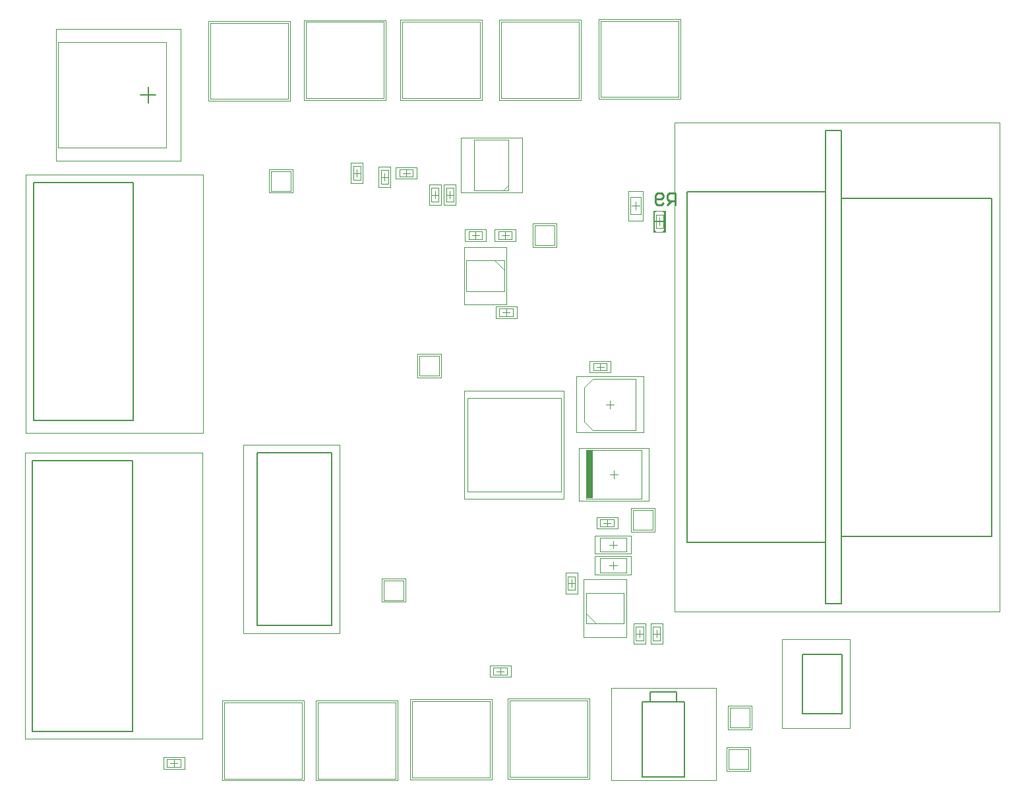
<source format=gbo>
G04*
G04 #@! TF.GenerationSoftware,Altium Limited,Altium Designer,21.0.9 (235)*
G04*
G04 Layer_Color=32896*
%FSLAX25Y25*%
%MOIN*%
G70*
G04*
G04 #@! TF.SameCoordinates,FB9C7817-38CD-48DC-A3D4-53DF82CEFDAB*
G04*
G04*
G04 #@! TF.FilePolarity,Positive*
G04*
G01*
G75*
%ADD10C,0.00787*%
%ADD11C,0.00394*%
%ADD12C,0.00591*%
%ADD13C,0.01000*%
%ADD14R,0.03765X0.24488*%
%ADD15C,0.00197*%
D10*
X294807Y45937D02*
Y50937D01*
X308193D01*
Y45937D02*
Y50937D01*
X294807Y45937D02*
X308193D01*
X290870Y8142D02*
Y45937D01*
Y8142D02*
X312130D01*
Y45937D01*
X290870D02*
X312130D01*
X371826Y40115D02*
Y70036D01*
X391708D01*
Y40115D02*
Y70036D01*
X371826Y40115D02*
X391708D01*
X33516Y188193D02*
Y308665D01*
X-16878Y188193D02*
X33516D01*
X-16878D02*
Y308665D01*
X33516D01*
X313504Y126673D02*
Y303839D01*
X383583D01*
Y126673D02*
Y303839D01*
X313504Y126673D02*
X383583D01*
Y95571D02*
Y126673D01*
Y95571D02*
X391457D01*
Y334941D01*
X383583D02*
X391457D01*
X383583Y303839D02*
Y334941D01*
X391457Y129823D02*
X467441D01*
Y300689D01*
X391457D02*
X467441D01*
X96025Y172130D02*
X133820D01*
Y84728D02*
Y172130D01*
X96025Y84728D02*
X133820D01*
X96025D02*
Y172130D01*
X-17421Y168127D02*
X32972D01*
X-17421Y31119D02*
Y168127D01*
Y31119D02*
X32972D01*
Y168127D01*
X37063Y353000D02*
X44937D01*
X41000Y349063D02*
Y356937D01*
D11*
X57445Y13130D02*
Y16870D01*
X50555Y13130D02*
Y16870D01*
Y13130D02*
X57445D01*
X50555Y16870D02*
X57445D01*
X215555Y59630D02*
Y63370D01*
X222445Y59630D02*
Y63370D01*
X215555D02*
X222445D01*
X215555Y59630D02*
X222445D01*
X263165Y8004D02*
Y46587D01*
X223795D02*
X263165D01*
X223795Y8004D02*
Y46587D01*
Y8004D02*
X263165D01*
X213665Y7658D02*
Y46240D01*
X174295D02*
X213665D01*
X174295Y7658D02*
Y46240D01*
Y7658D02*
X213665D01*
X166130Y7158D02*
Y45740D01*
X126760D02*
X166130D01*
X126760Y7158D02*
Y45740D01*
Y7158D02*
X166130D01*
X118665D02*
Y45740D01*
X79295D02*
X118665D01*
X79295Y7158D02*
Y45740D01*
Y7158D02*
X118665D01*
X290158Y292669D02*
Y301331D01*
X284842Y292669D02*
Y301331D01*
X290158D01*
X284842Y292669D02*
X290158D01*
X236500Y277000D02*
Y287000D01*
X246500D01*
Y277000D02*
Y287000D01*
X236500Y277000D02*
X246500D01*
X286000Y133000D02*
Y143000D01*
X296000D01*
Y133000D02*
Y143000D01*
X286000Y133000D02*
X296000D01*
X178000Y211000D02*
Y221000D01*
X188000D01*
Y211000D02*
Y221000D01*
X178000Y211000D02*
X188000D01*
X334500Y12000D02*
Y22000D01*
X344500D01*
Y12000D02*
Y22000D01*
X334500Y12000D02*
X344500D01*
X103000Y304500D02*
Y314500D01*
X113000D01*
Y304500D02*
Y314500D01*
X103000Y304500D02*
X113000D01*
X160000Y97500D02*
Y107500D01*
X170000D01*
Y97500D02*
Y107500D01*
X160000Y97500D02*
X170000D01*
X335000Y33000D02*
Y43000D01*
X345000D01*
Y33000D02*
Y43000D01*
X335000Y33000D02*
X345000D01*
X72335Y350913D02*
Y389496D01*
Y350913D02*
X111705D01*
Y389496D01*
X72335D02*
X111705D01*
X120835Y351260D02*
Y389843D01*
Y351260D02*
X160205D01*
Y389843D01*
X120835D02*
X160205D01*
X169335Y351413D02*
Y389996D01*
Y351413D02*
X208705D01*
Y389996D01*
X169335D02*
X208705D01*
X219335Y351413D02*
Y389996D01*
Y351413D02*
X258705D01*
Y389996D01*
X219335D02*
X258705D01*
X269870Y351913D02*
Y390496D01*
Y351913D02*
X309240D01*
Y390496D01*
X269870D02*
X309240D01*
X261445Y205025D02*
X265776Y209355D01*
X287429D01*
Y183371D02*
Y209355D01*
X265776Y183371D02*
X287429D01*
X261445Y187702D02*
X265776Y183371D01*
X261445Y187702D02*
Y205025D01*
X266055Y217370D02*
X272945D01*
X266055Y213630D02*
X272945D01*
X266055D02*
Y217370D01*
X272945Y213630D02*
Y217370D01*
X202378Y152378D02*
X249622D01*
Y199622D01*
X202378D02*
X249622D01*
X202378Y152378D02*
Y199622D01*
X50055Y326425D02*
Y379575D01*
X-4669D02*
X50055D01*
X-4669Y326425D02*
X50055D01*
X-4669D02*
Y379575D01*
X287567Y77055D02*
Y83945D01*
X291307Y77055D02*
Y83945D01*
X287567Y77055D02*
X291307D01*
X287567Y83945D02*
X291307D01*
X299870Y77055D02*
Y83945D01*
X296130Y77055D02*
Y83945D01*
X299870D01*
X296130Y77055D02*
X299870D01*
X253130Y102555D02*
Y109445D01*
X256870Y102555D02*
Y109445D01*
X253130Y102555D02*
X256870D01*
X253130Y109445D02*
X256870D01*
X282693Y121957D02*
Y129043D01*
X269307Y121957D02*
Y129043D01*
Y121957D02*
X282693D01*
X269307Y129043D02*
X282693D01*
Y111457D02*
Y118543D01*
X269307Y111457D02*
Y118543D01*
Y111457D02*
X282693D01*
X269307Y118543D02*
X282693D01*
X262291Y90512D02*
X267291Y85512D01*
X262291D02*
X281583D01*
Y100866D01*
X262291D02*
X281583D01*
X262291Y85512D02*
Y100866D01*
X269555Y138370D02*
X276445D01*
X269555Y134630D02*
X276445D01*
X269555D02*
Y138370D01*
X276445Y134630D02*
Y138370D01*
X301370Y285555D02*
Y292445D01*
X297630Y285555D02*
Y292445D01*
Y285555D02*
X301370D01*
X297630Y292445D02*
X301370D01*
X218055Y283870D02*
X224945D01*
X218055Y280130D02*
X224945D01*
X218055D02*
Y283870D01*
X224945Y280130D02*
Y283870D01*
X195370Y299055D02*
Y305945D01*
X191630Y299055D02*
Y305945D01*
X195370D01*
X191630Y299055D02*
X195370D01*
X187870D02*
Y305945D01*
X184130Y299055D02*
Y305945D01*
X187870D01*
X184130Y299055D02*
X187870D01*
X168055Y311630D02*
X174945D01*
X168055Y315370D02*
X174945D01*
Y311630D02*
Y315370D01*
X168055Y311630D02*
Y315370D01*
X218555Y244870D02*
X225445D01*
X218555Y241130D02*
X225445D01*
X218555D02*
Y244870D01*
X225445Y241130D02*
Y244870D01*
X216146Y269177D02*
X221146Y264177D01*
X201854Y269177D02*
X221146D01*
X201854Y253823D02*
Y269177D01*
Y253823D02*
X221146D01*
Y269177D01*
X220602Y304705D02*
X223161Y307264D01*
Y304705D02*
Y330295D01*
X205839D02*
X223161D01*
X205839Y304705D02*
Y330295D01*
Y304705D02*
X223161D01*
X203055Y283870D02*
X209945D01*
X203055Y280130D02*
X209945D01*
X203055D02*
Y283870D01*
X209945Y280130D02*
Y283870D01*
X162370Y308055D02*
Y314945D01*
X158630Y308055D02*
Y314945D01*
X162370D01*
X158630Y308055D02*
X162370D01*
X148370Y310055D02*
Y316945D01*
X144630Y310055D02*
Y316945D01*
X148370D01*
X144630Y310055D02*
X148370D01*
X262366Y173244D02*
X290358D01*
X262366Y148756D02*
X290358D01*
X262366D02*
Y173244D01*
X290358Y148756D02*
Y173244D01*
X52130Y15000D02*
X55870D01*
X54000Y13130D02*
Y16870D01*
X217130Y61500D02*
X220870D01*
X219000Y59630D02*
Y63370D01*
X285531Y297000D02*
X289469D01*
X287500Y295031D02*
Y298969D01*
X275024Y6173D02*
Y52905D01*
Y6173D02*
X327976D01*
Y52905D01*
X275024D02*
X327976D01*
X361346Y32635D02*
Y77517D01*
X395645D01*
Y32635D02*
Y77517D01*
X361346Y32635D02*
X395645D01*
X68902Y181894D02*
Y312602D01*
X-20815Y181894D02*
X68902D01*
X-20815D02*
Y312602D01*
X68902D01*
X307205Y91634D02*
Y338878D01*
X471378D01*
Y91634D02*
Y338878D01*
X307205Y91634D02*
X471378D01*
X272468Y196363D02*
X276406D01*
X274437Y194395D02*
Y198332D01*
X269500Y213630D02*
Y217370D01*
X267630Y215500D02*
X271370D01*
X89135Y176067D02*
X137758D01*
X89135Y80791D02*
Y176067D01*
Y80791D02*
X137758D01*
Y176067D01*
X-21358Y172064D02*
X68358D01*
X-21358Y27182D02*
Y172064D01*
Y27182D02*
X68358D01*
Y172064D01*
X287567Y80500D02*
X291307D01*
X289437Y78630D02*
Y82370D01*
X296130Y80500D02*
X299870D01*
X298000Y78630D02*
Y82370D01*
X253130Y106000D02*
X256870D01*
X255000Y104130D02*
Y107870D01*
X274031Y125500D02*
X277969D01*
X276000Y123531D02*
Y127469D01*
X274031Y115000D02*
X277969D01*
X276000Y113031D02*
Y116969D01*
X273000Y134630D02*
Y138370D01*
X271130Y136500D02*
X274870D01*
X297630Y289000D02*
X301370D01*
X299500Y287130D02*
Y290870D01*
X221500Y280130D02*
Y283870D01*
X219630Y282000D02*
X223370D01*
X191630Y302500D02*
X195370D01*
X193500Y300630D02*
Y304370D01*
X184130Y302500D02*
X187870D01*
X186000Y300630D02*
Y304370D01*
X171500Y311630D02*
Y315370D01*
X169630Y313500D02*
X173370D01*
X222000Y241130D02*
Y244870D01*
X220130Y243000D02*
X223870D01*
X206500Y280130D02*
Y283870D01*
X204630Y282000D02*
X208370D01*
X158630Y311500D02*
X162370D01*
X160500Y309630D02*
Y313370D01*
X144630Y313500D02*
X148370D01*
X146500Y311630D02*
Y315370D01*
X276362Y159031D02*
Y162969D01*
X274394Y161000D02*
X278331D01*
D12*
X301500Y294000D02*
X302256D01*
Y284000D02*
Y294000D01*
X301500Y284000D02*
X302256D01*
X296744D02*
X297500D01*
X296744D02*
Y294000D01*
X297500D01*
X296744Y289000D02*
X302256D01*
D13*
X307400Y297400D02*
Y303398D01*
X304401D01*
X303401Y302398D01*
Y300399D01*
X304401Y299399D01*
X307400D01*
X305401D02*
X303401Y297400D01*
X301402Y298400D02*
X300402Y297400D01*
X298403D01*
X297403Y298400D01*
Y302398D01*
X298403Y303398D01*
X300402D01*
X301402Y302398D01*
Y301399D01*
X300402Y300399D01*
X297403D01*
D14*
X264249Y161000D02*
D03*
D15*
X59315Y12047D02*
Y17953D01*
X48685Y12047D02*
Y17953D01*
Y12047D02*
X59315D01*
X48685Y17953D02*
X59315D01*
X213685Y58547D02*
Y64453D01*
X224315Y58547D02*
Y64453D01*
X213685D02*
X224315D01*
X213685Y58547D02*
X224315D01*
X264150Y7020D02*
Y47571D01*
X222811D02*
X264150D01*
X222811Y7020D02*
Y47571D01*
Y7020D02*
X264150D01*
X214650Y6673D02*
Y47224D01*
X173311D02*
X214650D01*
X173311Y6673D02*
Y47224D01*
Y6673D02*
X214650D01*
X167114Y6173D02*
Y46724D01*
X125776D02*
X167114D01*
X125776Y6173D02*
Y46724D01*
Y6173D02*
X167114D01*
X119650D02*
Y46724D01*
X78311D02*
X119650D01*
X78311Y6173D02*
Y46724D01*
Y6173D02*
X119650D01*
X291240Y289500D02*
Y304500D01*
X283760Y289500D02*
Y304500D01*
X291240D01*
X283760Y289500D02*
X291240D01*
X235516Y276016D02*
Y287984D01*
X247484D01*
Y276016D02*
Y287984D01*
X235516Y276016D02*
X247484D01*
X285016Y132016D02*
Y143984D01*
X296984D01*
Y132016D02*
Y143984D01*
X285016Y132016D02*
X296984D01*
X177016Y210016D02*
Y221984D01*
X188984D01*
Y210016D02*
Y221984D01*
X177016Y210016D02*
X188984D01*
X333516Y11016D02*
Y22984D01*
X345484D01*
Y11016D02*
Y22984D01*
X333516Y11016D02*
X345484D01*
X102016Y303516D02*
Y315484D01*
X113984D01*
Y303516D02*
Y315484D01*
X102016Y303516D02*
X113984D01*
X159016Y96516D02*
Y108484D01*
X170984D01*
Y96516D02*
Y108484D01*
X159016Y96516D02*
X170984D01*
X334016Y32016D02*
Y43984D01*
X345984D01*
Y32016D02*
Y43984D01*
X334016Y32016D02*
X345984D01*
X71350Y349929D02*
Y390480D01*
Y349929D02*
X112689D01*
Y390480D01*
X71350D02*
X112689D01*
X119850Y350276D02*
Y390827D01*
Y350276D02*
X161189D01*
Y390827D01*
X119850D02*
X161189D01*
X168350Y350429D02*
Y390980D01*
Y350429D02*
X209689D01*
Y390980D01*
X168350D02*
X209689D01*
X218350Y350429D02*
Y390980D01*
Y350429D02*
X259689D01*
Y390980D01*
X218350D02*
X259689D01*
X268886Y350929D02*
Y391480D01*
Y350929D02*
X310224D01*
Y391480D01*
X268886D02*
X310224D01*
X257508Y182190D02*
Y210537D01*
X291366Y182190D02*
Y210537D01*
X257508D02*
X291366D01*
X257508Y182190D02*
X291366D01*
X264185Y218453D02*
X274815D01*
X264185Y212547D02*
X274815D01*
X264185D02*
Y218453D01*
X274815Y212547D02*
Y218453D01*
X200803Y148736D02*
X251197D01*
Y203264D01*
X200803D02*
X251197D01*
X200803Y148736D02*
Y203264D01*
X-5457Y319535D02*
Y386465D01*
X57535D02*
X57535Y319535D01*
X-5457D02*
X57535D01*
X-5457Y386465D02*
X57535D01*
X286484Y75185D02*
Y85815D01*
X292390Y75185D02*
Y85815D01*
X286484Y75185D02*
X292390D01*
X286484Y85815D02*
X292390D01*
X300953Y75185D02*
Y85815D01*
X295047Y75185D02*
Y85815D01*
X300953D01*
X295047Y75185D02*
X300953D01*
X252047Y100685D02*
Y111315D01*
X257953Y100685D02*
Y111315D01*
X252047Y100685D02*
X257953D01*
X252047Y111315D02*
X257953D01*
X285252Y120972D02*
Y130028D01*
X266748Y120972D02*
Y130028D01*
Y120972D02*
X285252D01*
X266748Y130028D02*
X285252D01*
Y110472D02*
Y119528D01*
X266748Y110472D02*
Y119528D01*
Y110472D02*
X285252D01*
X266748Y119528D02*
X285252D01*
X261110Y78524D02*
X282764D01*
Y107854D01*
X261110D02*
X282764D01*
X261110Y78524D02*
Y107854D01*
X267685Y139453D02*
X278315D01*
X267685Y133547D02*
X278315D01*
X267685D02*
Y139453D01*
X278315Y133547D02*
Y139453D01*
X302453Y283685D02*
Y294315D01*
X296547Y283685D02*
Y294315D01*
Y283685D02*
X302453D01*
X296547Y294315D02*
X302453D01*
X216185Y284953D02*
X226815D01*
X216185Y279047D02*
X226815D01*
X216185D02*
Y284953D01*
X226815Y279047D02*
Y284953D01*
X196453Y297185D02*
Y307815D01*
X190547Y297185D02*
Y307815D01*
X196453D01*
X190547Y297185D02*
X196453D01*
X188953D02*
Y307815D01*
X183047Y297185D02*
Y307815D01*
X188953D01*
X183047Y297185D02*
X188953D01*
X166185Y310547D02*
X176815D01*
X166185Y316453D02*
X176815D01*
Y310547D02*
Y316453D01*
X166185Y310547D02*
Y316453D01*
X216685Y245953D02*
X227315D01*
X216685Y240047D02*
X227315D01*
X216685D02*
Y245953D01*
X227315Y240047D02*
Y245953D01*
X200870Y276067D02*
X222130D01*
X200870Y246933D02*
Y276067D01*
Y246933D02*
X222130D01*
Y276067D01*
X229953Y303524D02*
Y331476D01*
X199047D02*
X229953D01*
X199047Y303524D02*
Y331476D01*
Y303524D02*
X229953D01*
X201185Y284953D02*
X211815D01*
X201185Y279047D02*
X211815D01*
X201185D02*
Y284953D01*
X211815Y279047D02*
Y284953D01*
X163453Y306185D02*
Y316815D01*
X157547Y306185D02*
Y316815D01*
X163453D01*
X157547Y306185D02*
X163453D01*
X149453Y308185D02*
Y318815D01*
X143547Y308185D02*
Y318815D01*
X149453D01*
X143547Y308185D02*
X149453D01*
X258646Y174386D02*
X294079D01*
X258646Y147614D02*
X294079D01*
X258646D02*
Y174386D01*
X294079Y147614D02*
Y174386D01*
M02*

</source>
